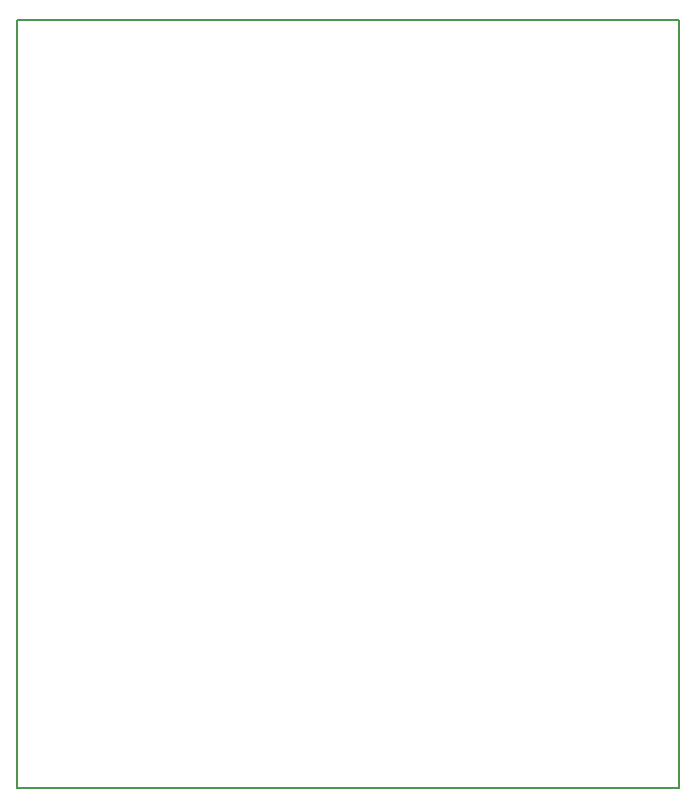
<source format=gbr>
G04 #@! TF.GenerationSoftware,KiCad,Pcbnew,6.0.0-rc1-unknown-46fddab~66~ubuntu16.04.1*
G04 #@! TF.CreationDate,2018-09-29T20:34:26+01:00*
G04 #@! TF.ProjectId,test,746573742E6B696361645F7063620000,rev?*
G04 #@! TF.SameCoordinates,Original*
G04 #@! TF.FileFunction,Profile,NP*
%FSLAX46Y46*%
G04 Gerber Fmt 4.6, Leading zero omitted, Abs format (unit mm)*
G04 Created by KiCad (PCBNEW 6.0.0-rc1-unknown-46fddab~66~ubuntu16.04.1) date Sat Sep 29 20:34:26 2018*
%MOMM*%
%LPD*%
G01*
G04 APERTURE LIST*
%ADD10C,0.150000*%
G04 APERTURE END LIST*
D10*
X137500000Y-45750000D02*
X193500000Y-45750000D01*
X137500000Y-110750000D02*
X137500000Y-45750000D01*
X193500000Y-110750000D02*
X137500000Y-110750000D01*
X193500000Y-45750000D02*
X193500000Y-110750000D01*
M02*

</source>
